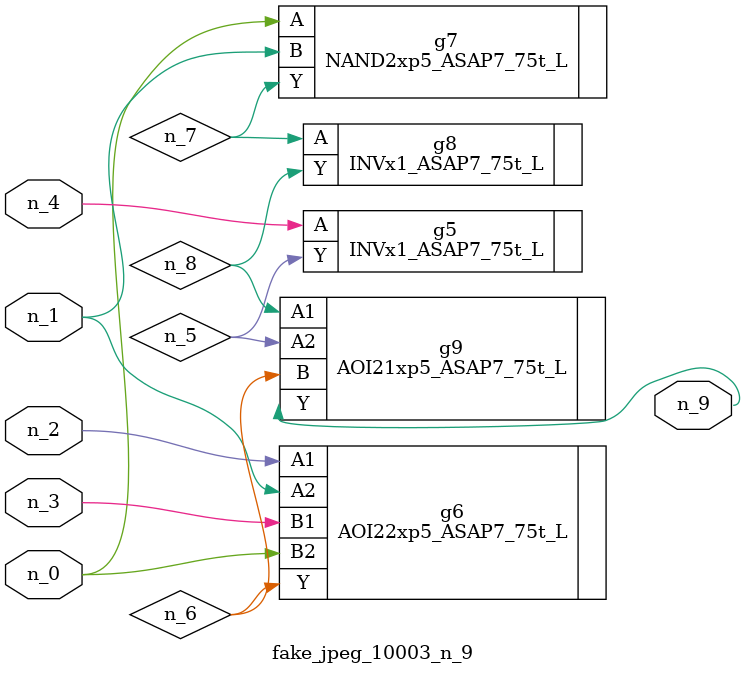
<source format=v>
module fake_jpeg_10003_n_9 (n_3, n_2, n_1, n_0, n_4, n_9);

input n_3;
input n_2;
input n_1;
input n_0;
input n_4;

output n_9;

wire n_8;
wire n_6;
wire n_5;
wire n_7;

INVx1_ASAP7_75t_L g5 ( 
.A(n_4),
.Y(n_5)
);

AOI22xp5_ASAP7_75t_L g6 ( 
.A1(n_2),
.A2(n_1),
.B1(n_3),
.B2(n_0),
.Y(n_6)
);

NAND2xp5_ASAP7_75t_L g7 ( 
.A(n_0),
.B(n_1),
.Y(n_7)
);

INVx1_ASAP7_75t_L g8 ( 
.A(n_7),
.Y(n_8)
);

AOI21xp5_ASAP7_75t_L g9 ( 
.A1(n_8),
.A2(n_5),
.B(n_6),
.Y(n_9)
);


endmodule
</source>
